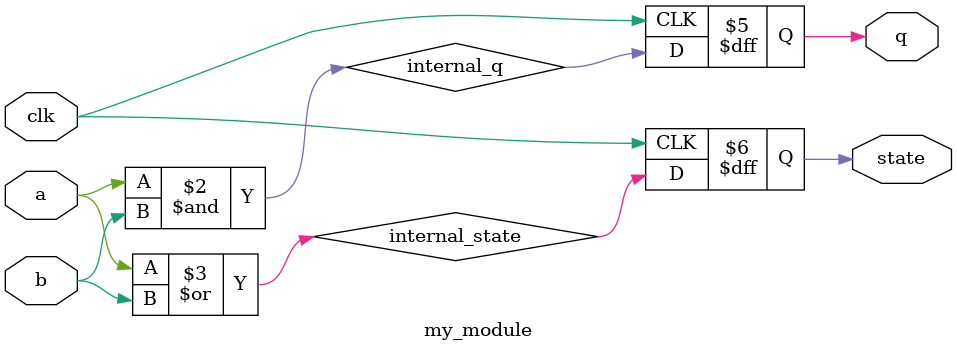
<source format=sv>
module my_module (
    input logic clk,
    input logic a,
    input logic b,
    output logic q,
    output logic state
);

    logic internal_q;
    logic internal_state;

    always @(*) begin
        internal_q = a & b; // Example combinational logic
        internal_state = a | b; // Example combinational logic
    end

    always @(posedge clk) begin
        q <= internal_q;
        state <= internal_state;
    end

endmodule
</source>
